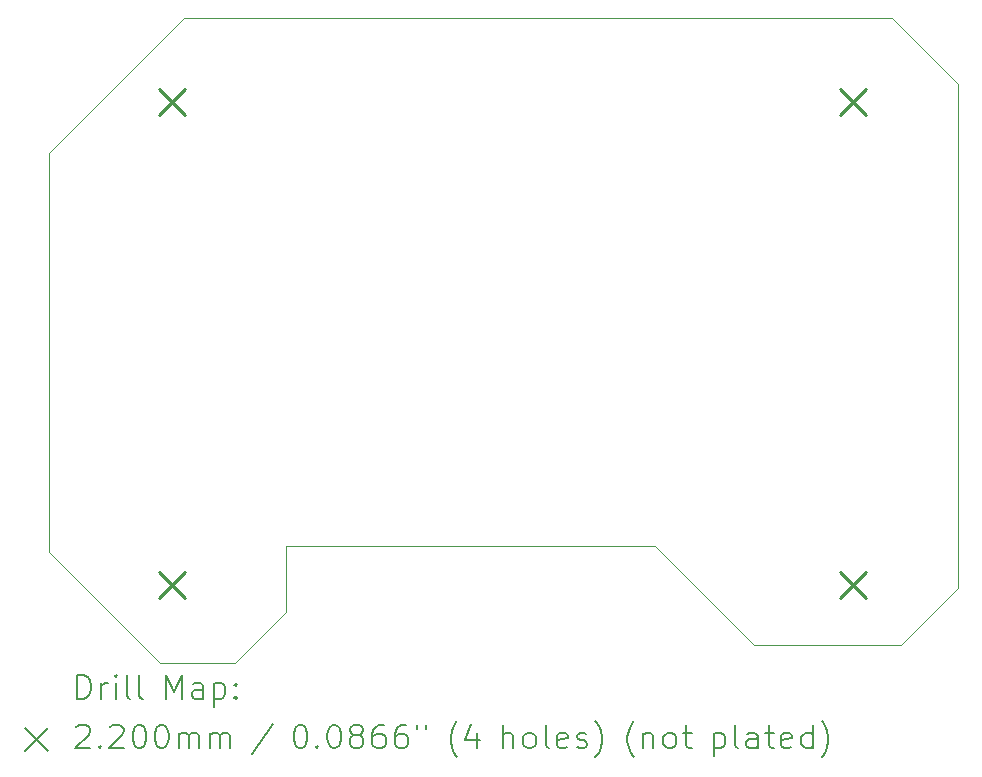
<source format=gbr>
%TF.GenerationSoftware,KiCad,Pcbnew,(7.99.0-200-gad838e3d73)*%
%TF.CreationDate,2024-03-07T11:40:59+07:00*%
%TF.ProjectId,WMS_PCB2,574d535f-5043-4423-922e-6b696361645f,rev?*%
%TF.SameCoordinates,Original*%
%TF.FileFunction,Drillmap*%
%TF.FilePolarity,Positive*%
%FSLAX45Y45*%
G04 Gerber Fmt 4.5, Leading zero omitted, Abs format (unit mm)*
G04 Created by KiCad (PCBNEW (7.99.0-200-gad838e3d73)) date 2024-03-07 11:40:59*
%MOMM*%
%LPD*%
G01*
G04 APERTURE LIST*
%ADD10C,0.100000*%
%ADD11C,0.200000*%
%ADD12C,0.220000*%
G04 APERTURE END LIST*
D10*
X17907000Y-7416800D02*
X18999200Y-6324600D01*
X19050000Y-6273800D02*
X18999200Y-6324600D01*
X19913600Y-10744200D02*
X23037800Y-10744200D01*
X17907000Y-7416800D02*
X17907000Y-10795000D01*
X19481800Y-11734800D02*
X19913600Y-11303000D01*
X17907000Y-10795000D02*
X18846800Y-11734800D01*
X23037800Y-10744200D02*
X23876000Y-11582400D01*
X25044400Y-6273800D02*
X19100800Y-6273800D01*
X19913600Y-11303000D02*
X19913600Y-10744200D01*
X25603200Y-6832600D02*
X25044400Y-6273800D01*
X23876000Y-11582400D02*
X25120600Y-11582400D01*
X25603200Y-11099800D02*
X25603200Y-6832600D01*
X25120600Y-11582400D02*
X25603200Y-11099800D01*
X19100800Y-6273800D02*
X19050000Y-6273800D01*
X18846800Y-11734800D02*
X19481800Y-11734800D01*
D11*
D12*
X18838400Y-6875000D02*
X19058400Y-7095000D01*
X19058400Y-6875000D02*
X18838400Y-7095000D01*
X18838400Y-10964400D02*
X19058400Y-11184400D01*
X19058400Y-10964400D02*
X18838400Y-11184400D01*
X24604200Y-6875000D02*
X24824200Y-7095000D01*
X24824200Y-6875000D02*
X24604200Y-7095000D01*
X24604200Y-10964400D02*
X24824200Y-11184400D01*
X24824200Y-10964400D02*
X24604200Y-11184400D01*
D11*
X18149619Y-12033276D02*
X18149619Y-11833276D01*
X18149619Y-11833276D02*
X18197238Y-11833276D01*
X18197238Y-11833276D02*
X18225810Y-11842800D01*
X18225810Y-11842800D02*
X18244857Y-11861848D01*
X18244857Y-11861848D02*
X18254381Y-11880895D01*
X18254381Y-11880895D02*
X18263905Y-11918990D01*
X18263905Y-11918990D02*
X18263905Y-11947562D01*
X18263905Y-11947562D02*
X18254381Y-11985657D01*
X18254381Y-11985657D02*
X18244857Y-12004705D01*
X18244857Y-12004705D02*
X18225810Y-12023752D01*
X18225810Y-12023752D02*
X18197238Y-12033276D01*
X18197238Y-12033276D02*
X18149619Y-12033276D01*
X18349619Y-12033276D02*
X18349619Y-11899943D01*
X18349619Y-11938038D02*
X18359143Y-11918990D01*
X18359143Y-11918990D02*
X18368667Y-11909467D01*
X18368667Y-11909467D02*
X18387714Y-11899943D01*
X18387714Y-11899943D02*
X18406762Y-11899943D01*
X18473429Y-12033276D02*
X18473429Y-11899943D01*
X18473429Y-11833276D02*
X18463905Y-11842800D01*
X18463905Y-11842800D02*
X18473429Y-11852324D01*
X18473429Y-11852324D02*
X18482952Y-11842800D01*
X18482952Y-11842800D02*
X18473429Y-11833276D01*
X18473429Y-11833276D02*
X18473429Y-11852324D01*
X18597238Y-12033276D02*
X18578190Y-12023752D01*
X18578190Y-12023752D02*
X18568667Y-12004705D01*
X18568667Y-12004705D02*
X18568667Y-11833276D01*
X18702000Y-12033276D02*
X18682952Y-12023752D01*
X18682952Y-12023752D02*
X18673429Y-12004705D01*
X18673429Y-12004705D02*
X18673429Y-11833276D01*
X18898190Y-12033276D02*
X18898190Y-11833276D01*
X18898190Y-11833276D02*
X18964857Y-11976133D01*
X18964857Y-11976133D02*
X19031524Y-11833276D01*
X19031524Y-11833276D02*
X19031524Y-12033276D01*
X19212476Y-12033276D02*
X19212476Y-11928514D01*
X19212476Y-11928514D02*
X19202952Y-11909467D01*
X19202952Y-11909467D02*
X19183905Y-11899943D01*
X19183905Y-11899943D02*
X19145809Y-11899943D01*
X19145809Y-11899943D02*
X19126762Y-11909467D01*
X19212476Y-12023752D02*
X19193429Y-12033276D01*
X19193429Y-12033276D02*
X19145809Y-12033276D01*
X19145809Y-12033276D02*
X19126762Y-12023752D01*
X19126762Y-12023752D02*
X19117238Y-12004705D01*
X19117238Y-12004705D02*
X19117238Y-11985657D01*
X19117238Y-11985657D02*
X19126762Y-11966609D01*
X19126762Y-11966609D02*
X19145809Y-11957086D01*
X19145809Y-11957086D02*
X19193429Y-11957086D01*
X19193429Y-11957086D02*
X19212476Y-11947562D01*
X19307714Y-11899943D02*
X19307714Y-12099943D01*
X19307714Y-11909467D02*
X19326762Y-11899943D01*
X19326762Y-11899943D02*
X19364857Y-11899943D01*
X19364857Y-11899943D02*
X19383905Y-11909467D01*
X19383905Y-11909467D02*
X19393429Y-11918990D01*
X19393429Y-11918990D02*
X19402952Y-11938038D01*
X19402952Y-11938038D02*
X19402952Y-11995181D01*
X19402952Y-11995181D02*
X19393429Y-12014228D01*
X19393429Y-12014228D02*
X19383905Y-12023752D01*
X19383905Y-12023752D02*
X19364857Y-12033276D01*
X19364857Y-12033276D02*
X19326762Y-12033276D01*
X19326762Y-12033276D02*
X19307714Y-12023752D01*
X19488667Y-12014228D02*
X19498190Y-12023752D01*
X19498190Y-12023752D02*
X19488667Y-12033276D01*
X19488667Y-12033276D02*
X19479143Y-12023752D01*
X19479143Y-12023752D02*
X19488667Y-12014228D01*
X19488667Y-12014228D02*
X19488667Y-12033276D01*
X19488667Y-11909467D02*
X19498190Y-11918990D01*
X19498190Y-11918990D02*
X19488667Y-11928514D01*
X19488667Y-11928514D02*
X19479143Y-11918990D01*
X19479143Y-11918990D02*
X19488667Y-11909467D01*
X19488667Y-11909467D02*
X19488667Y-11928514D01*
X17702000Y-12279800D02*
X17902000Y-12479800D01*
X17902000Y-12279800D02*
X17702000Y-12479800D01*
X18140095Y-12272324D02*
X18149619Y-12262800D01*
X18149619Y-12262800D02*
X18168667Y-12253276D01*
X18168667Y-12253276D02*
X18216286Y-12253276D01*
X18216286Y-12253276D02*
X18235333Y-12262800D01*
X18235333Y-12262800D02*
X18244857Y-12272324D01*
X18244857Y-12272324D02*
X18254381Y-12291371D01*
X18254381Y-12291371D02*
X18254381Y-12310419D01*
X18254381Y-12310419D02*
X18244857Y-12338990D01*
X18244857Y-12338990D02*
X18130571Y-12453276D01*
X18130571Y-12453276D02*
X18254381Y-12453276D01*
X18340095Y-12434228D02*
X18349619Y-12443752D01*
X18349619Y-12443752D02*
X18340095Y-12453276D01*
X18340095Y-12453276D02*
X18330571Y-12443752D01*
X18330571Y-12443752D02*
X18340095Y-12434228D01*
X18340095Y-12434228D02*
X18340095Y-12453276D01*
X18425810Y-12272324D02*
X18435333Y-12262800D01*
X18435333Y-12262800D02*
X18454381Y-12253276D01*
X18454381Y-12253276D02*
X18502000Y-12253276D01*
X18502000Y-12253276D02*
X18521048Y-12262800D01*
X18521048Y-12262800D02*
X18530571Y-12272324D01*
X18530571Y-12272324D02*
X18540095Y-12291371D01*
X18540095Y-12291371D02*
X18540095Y-12310419D01*
X18540095Y-12310419D02*
X18530571Y-12338990D01*
X18530571Y-12338990D02*
X18416286Y-12453276D01*
X18416286Y-12453276D02*
X18540095Y-12453276D01*
X18663905Y-12253276D02*
X18682952Y-12253276D01*
X18682952Y-12253276D02*
X18702000Y-12262800D01*
X18702000Y-12262800D02*
X18711524Y-12272324D01*
X18711524Y-12272324D02*
X18721048Y-12291371D01*
X18721048Y-12291371D02*
X18730571Y-12329467D01*
X18730571Y-12329467D02*
X18730571Y-12377086D01*
X18730571Y-12377086D02*
X18721048Y-12415181D01*
X18721048Y-12415181D02*
X18711524Y-12434228D01*
X18711524Y-12434228D02*
X18702000Y-12443752D01*
X18702000Y-12443752D02*
X18682952Y-12453276D01*
X18682952Y-12453276D02*
X18663905Y-12453276D01*
X18663905Y-12453276D02*
X18644857Y-12443752D01*
X18644857Y-12443752D02*
X18635333Y-12434228D01*
X18635333Y-12434228D02*
X18625810Y-12415181D01*
X18625810Y-12415181D02*
X18616286Y-12377086D01*
X18616286Y-12377086D02*
X18616286Y-12329467D01*
X18616286Y-12329467D02*
X18625810Y-12291371D01*
X18625810Y-12291371D02*
X18635333Y-12272324D01*
X18635333Y-12272324D02*
X18644857Y-12262800D01*
X18644857Y-12262800D02*
X18663905Y-12253276D01*
X18854381Y-12253276D02*
X18873429Y-12253276D01*
X18873429Y-12253276D02*
X18892476Y-12262800D01*
X18892476Y-12262800D02*
X18902000Y-12272324D01*
X18902000Y-12272324D02*
X18911524Y-12291371D01*
X18911524Y-12291371D02*
X18921048Y-12329467D01*
X18921048Y-12329467D02*
X18921048Y-12377086D01*
X18921048Y-12377086D02*
X18911524Y-12415181D01*
X18911524Y-12415181D02*
X18902000Y-12434228D01*
X18902000Y-12434228D02*
X18892476Y-12443752D01*
X18892476Y-12443752D02*
X18873429Y-12453276D01*
X18873429Y-12453276D02*
X18854381Y-12453276D01*
X18854381Y-12453276D02*
X18835333Y-12443752D01*
X18835333Y-12443752D02*
X18825810Y-12434228D01*
X18825810Y-12434228D02*
X18816286Y-12415181D01*
X18816286Y-12415181D02*
X18806762Y-12377086D01*
X18806762Y-12377086D02*
X18806762Y-12329467D01*
X18806762Y-12329467D02*
X18816286Y-12291371D01*
X18816286Y-12291371D02*
X18825810Y-12272324D01*
X18825810Y-12272324D02*
X18835333Y-12262800D01*
X18835333Y-12262800D02*
X18854381Y-12253276D01*
X19006762Y-12453276D02*
X19006762Y-12319943D01*
X19006762Y-12338990D02*
X19016286Y-12329467D01*
X19016286Y-12329467D02*
X19035333Y-12319943D01*
X19035333Y-12319943D02*
X19063905Y-12319943D01*
X19063905Y-12319943D02*
X19082952Y-12329467D01*
X19082952Y-12329467D02*
X19092476Y-12348514D01*
X19092476Y-12348514D02*
X19092476Y-12453276D01*
X19092476Y-12348514D02*
X19102000Y-12329467D01*
X19102000Y-12329467D02*
X19121048Y-12319943D01*
X19121048Y-12319943D02*
X19149619Y-12319943D01*
X19149619Y-12319943D02*
X19168667Y-12329467D01*
X19168667Y-12329467D02*
X19178191Y-12348514D01*
X19178191Y-12348514D02*
X19178191Y-12453276D01*
X19273429Y-12453276D02*
X19273429Y-12319943D01*
X19273429Y-12338990D02*
X19282952Y-12329467D01*
X19282952Y-12329467D02*
X19302000Y-12319943D01*
X19302000Y-12319943D02*
X19330572Y-12319943D01*
X19330572Y-12319943D02*
X19349619Y-12329467D01*
X19349619Y-12329467D02*
X19359143Y-12348514D01*
X19359143Y-12348514D02*
X19359143Y-12453276D01*
X19359143Y-12348514D02*
X19368667Y-12329467D01*
X19368667Y-12329467D02*
X19387714Y-12319943D01*
X19387714Y-12319943D02*
X19416286Y-12319943D01*
X19416286Y-12319943D02*
X19435333Y-12329467D01*
X19435333Y-12329467D02*
X19444857Y-12348514D01*
X19444857Y-12348514D02*
X19444857Y-12453276D01*
X19802952Y-12243752D02*
X19631524Y-12500895D01*
X20027714Y-12253276D02*
X20046762Y-12253276D01*
X20046762Y-12253276D02*
X20065810Y-12262800D01*
X20065810Y-12262800D02*
X20075333Y-12272324D01*
X20075333Y-12272324D02*
X20084857Y-12291371D01*
X20084857Y-12291371D02*
X20094381Y-12329467D01*
X20094381Y-12329467D02*
X20094381Y-12377086D01*
X20094381Y-12377086D02*
X20084857Y-12415181D01*
X20084857Y-12415181D02*
X20075333Y-12434228D01*
X20075333Y-12434228D02*
X20065810Y-12443752D01*
X20065810Y-12443752D02*
X20046762Y-12453276D01*
X20046762Y-12453276D02*
X20027714Y-12453276D01*
X20027714Y-12453276D02*
X20008667Y-12443752D01*
X20008667Y-12443752D02*
X19999143Y-12434228D01*
X19999143Y-12434228D02*
X19989619Y-12415181D01*
X19989619Y-12415181D02*
X19980095Y-12377086D01*
X19980095Y-12377086D02*
X19980095Y-12329467D01*
X19980095Y-12329467D02*
X19989619Y-12291371D01*
X19989619Y-12291371D02*
X19999143Y-12272324D01*
X19999143Y-12272324D02*
X20008667Y-12262800D01*
X20008667Y-12262800D02*
X20027714Y-12253276D01*
X20180095Y-12434228D02*
X20189619Y-12443752D01*
X20189619Y-12443752D02*
X20180095Y-12453276D01*
X20180095Y-12453276D02*
X20170572Y-12443752D01*
X20170572Y-12443752D02*
X20180095Y-12434228D01*
X20180095Y-12434228D02*
X20180095Y-12453276D01*
X20313429Y-12253276D02*
X20332476Y-12253276D01*
X20332476Y-12253276D02*
X20351524Y-12262800D01*
X20351524Y-12262800D02*
X20361048Y-12272324D01*
X20361048Y-12272324D02*
X20370572Y-12291371D01*
X20370572Y-12291371D02*
X20380095Y-12329467D01*
X20380095Y-12329467D02*
X20380095Y-12377086D01*
X20380095Y-12377086D02*
X20370572Y-12415181D01*
X20370572Y-12415181D02*
X20361048Y-12434228D01*
X20361048Y-12434228D02*
X20351524Y-12443752D01*
X20351524Y-12443752D02*
X20332476Y-12453276D01*
X20332476Y-12453276D02*
X20313429Y-12453276D01*
X20313429Y-12453276D02*
X20294381Y-12443752D01*
X20294381Y-12443752D02*
X20284857Y-12434228D01*
X20284857Y-12434228D02*
X20275333Y-12415181D01*
X20275333Y-12415181D02*
X20265810Y-12377086D01*
X20265810Y-12377086D02*
X20265810Y-12329467D01*
X20265810Y-12329467D02*
X20275333Y-12291371D01*
X20275333Y-12291371D02*
X20284857Y-12272324D01*
X20284857Y-12272324D02*
X20294381Y-12262800D01*
X20294381Y-12262800D02*
X20313429Y-12253276D01*
X20494381Y-12338990D02*
X20475333Y-12329467D01*
X20475333Y-12329467D02*
X20465810Y-12319943D01*
X20465810Y-12319943D02*
X20456286Y-12300895D01*
X20456286Y-12300895D02*
X20456286Y-12291371D01*
X20456286Y-12291371D02*
X20465810Y-12272324D01*
X20465810Y-12272324D02*
X20475333Y-12262800D01*
X20475333Y-12262800D02*
X20494381Y-12253276D01*
X20494381Y-12253276D02*
X20532476Y-12253276D01*
X20532476Y-12253276D02*
X20551524Y-12262800D01*
X20551524Y-12262800D02*
X20561048Y-12272324D01*
X20561048Y-12272324D02*
X20570572Y-12291371D01*
X20570572Y-12291371D02*
X20570572Y-12300895D01*
X20570572Y-12300895D02*
X20561048Y-12319943D01*
X20561048Y-12319943D02*
X20551524Y-12329467D01*
X20551524Y-12329467D02*
X20532476Y-12338990D01*
X20532476Y-12338990D02*
X20494381Y-12338990D01*
X20494381Y-12338990D02*
X20475333Y-12348514D01*
X20475333Y-12348514D02*
X20465810Y-12358038D01*
X20465810Y-12358038D02*
X20456286Y-12377086D01*
X20456286Y-12377086D02*
X20456286Y-12415181D01*
X20456286Y-12415181D02*
X20465810Y-12434228D01*
X20465810Y-12434228D02*
X20475333Y-12443752D01*
X20475333Y-12443752D02*
X20494381Y-12453276D01*
X20494381Y-12453276D02*
X20532476Y-12453276D01*
X20532476Y-12453276D02*
X20551524Y-12443752D01*
X20551524Y-12443752D02*
X20561048Y-12434228D01*
X20561048Y-12434228D02*
X20570572Y-12415181D01*
X20570572Y-12415181D02*
X20570572Y-12377086D01*
X20570572Y-12377086D02*
X20561048Y-12358038D01*
X20561048Y-12358038D02*
X20551524Y-12348514D01*
X20551524Y-12348514D02*
X20532476Y-12338990D01*
X20742000Y-12253276D02*
X20703905Y-12253276D01*
X20703905Y-12253276D02*
X20684857Y-12262800D01*
X20684857Y-12262800D02*
X20675333Y-12272324D01*
X20675333Y-12272324D02*
X20656286Y-12300895D01*
X20656286Y-12300895D02*
X20646762Y-12338990D01*
X20646762Y-12338990D02*
X20646762Y-12415181D01*
X20646762Y-12415181D02*
X20656286Y-12434228D01*
X20656286Y-12434228D02*
X20665810Y-12443752D01*
X20665810Y-12443752D02*
X20684857Y-12453276D01*
X20684857Y-12453276D02*
X20722953Y-12453276D01*
X20722953Y-12453276D02*
X20742000Y-12443752D01*
X20742000Y-12443752D02*
X20751524Y-12434228D01*
X20751524Y-12434228D02*
X20761048Y-12415181D01*
X20761048Y-12415181D02*
X20761048Y-12367562D01*
X20761048Y-12367562D02*
X20751524Y-12348514D01*
X20751524Y-12348514D02*
X20742000Y-12338990D01*
X20742000Y-12338990D02*
X20722953Y-12329467D01*
X20722953Y-12329467D02*
X20684857Y-12329467D01*
X20684857Y-12329467D02*
X20665810Y-12338990D01*
X20665810Y-12338990D02*
X20656286Y-12348514D01*
X20656286Y-12348514D02*
X20646762Y-12367562D01*
X20932476Y-12253276D02*
X20894381Y-12253276D01*
X20894381Y-12253276D02*
X20875333Y-12262800D01*
X20875333Y-12262800D02*
X20865810Y-12272324D01*
X20865810Y-12272324D02*
X20846762Y-12300895D01*
X20846762Y-12300895D02*
X20837238Y-12338990D01*
X20837238Y-12338990D02*
X20837238Y-12415181D01*
X20837238Y-12415181D02*
X20846762Y-12434228D01*
X20846762Y-12434228D02*
X20856286Y-12443752D01*
X20856286Y-12443752D02*
X20875333Y-12453276D01*
X20875333Y-12453276D02*
X20913429Y-12453276D01*
X20913429Y-12453276D02*
X20932476Y-12443752D01*
X20932476Y-12443752D02*
X20942000Y-12434228D01*
X20942000Y-12434228D02*
X20951524Y-12415181D01*
X20951524Y-12415181D02*
X20951524Y-12367562D01*
X20951524Y-12367562D02*
X20942000Y-12348514D01*
X20942000Y-12348514D02*
X20932476Y-12338990D01*
X20932476Y-12338990D02*
X20913429Y-12329467D01*
X20913429Y-12329467D02*
X20875333Y-12329467D01*
X20875333Y-12329467D02*
X20856286Y-12338990D01*
X20856286Y-12338990D02*
X20846762Y-12348514D01*
X20846762Y-12348514D02*
X20837238Y-12367562D01*
X21027714Y-12253276D02*
X21027714Y-12291371D01*
X21103905Y-12253276D02*
X21103905Y-12291371D01*
X21366762Y-12529467D02*
X21357238Y-12519943D01*
X21357238Y-12519943D02*
X21338191Y-12491371D01*
X21338191Y-12491371D02*
X21328667Y-12472324D01*
X21328667Y-12472324D02*
X21319143Y-12443752D01*
X21319143Y-12443752D02*
X21309619Y-12396133D01*
X21309619Y-12396133D02*
X21309619Y-12358038D01*
X21309619Y-12358038D02*
X21319143Y-12310419D01*
X21319143Y-12310419D02*
X21328667Y-12281848D01*
X21328667Y-12281848D02*
X21338191Y-12262800D01*
X21338191Y-12262800D02*
X21357238Y-12234228D01*
X21357238Y-12234228D02*
X21366762Y-12224705D01*
X21528667Y-12319943D02*
X21528667Y-12453276D01*
X21481048Y-12243752D02*
X21433429Y-12386609D01*
X21433429Y-12386609D02*
X21557238Y-12386609D01*
X21753429Y-12453276D02*
X21753429Y-12253276D01*
X21839143Y-12453276D02*
X21839143Y-12348514D01*
X21839143Y-12348514D02*
X21829619Y-12329467D01*
X21829619Y-12329467D02*
X21810572Y-12319943D01*
X21810572Y-12319943D02*
X21782000Y-12319943D01*
X21782000Y-12319943D02*
X21762953Y-12329467D01*
X21762953Y-12329467D02*
X21753429Y-12338990D01*
X21962953Y-12453276D02*
X21943905Y-12443752D01*
X21943905Y-12443752D02*
X21934381Y-12434228D01*
X21934381Y-12434228D02*
X21924857Y-12415181D01*
X21924857Y-12415181D02*
X21924857Y-12358038D01*
X21924857Y-12358038D02*
X21934381Y-12338990D01*
X21934381Y-12338990D02*
X21943905Y-12329467D01*
X21943905Y-12329467D02*
X21962953Y-12319943D01*
X21962953Y-12319943D02*
X21991524Y-12319943D01*
X21991524Y-12319943D02*
X22010572Y-12329467D01*
X22010572Y-12329467D02*
X22020095Y-12338990D01*
X22020095Y-12338990D02*
X22029619Y-12358038D01*
X22029619Y-12358038D02*
X22029619Y-12415181D01*
X22029619Y-12415181D02*
X22020095Y-12434228D01*
X22020095Y-12434228D02*
X22010572Y-12443752D01*
X22010572Y-12443752D02*
X21991524Y-12453276D01*
X21991524Y-12453276D02*
X21962953Y-12453276D01*
X22143905Y-12453276D02*
X22124857Y-12443752D01*
X22124857Y-12443752D02*
X22115334Y-12424705D01*
X22115334Y-12424705D02*
X22115334Y-12253276D01*
X22296286Y-12443752D02*
X22277238Y-12453276D01*
X22277238Y-12453276D02*
X22239143Y-12453276D01*
X22239143Y-12453276D02*
X22220095Y-12443752D01*
X22220095Y-12443752D02*
X22210572Y-12424705D01*
X22210572Y-12424705D02*
X22210572Y-12348514D01*
X22210572Y-12348514D02*
X22220095Y-12329467D01*
X22220095Y-12329467D02*
X22239143Y-12319943D01*
X22239143Y-12319943D02*
X22277238Y-12319943D01*
X22277238Y-12319943D02*
X22296286Y-12329467D01*
X22296286Y-12329467D02*
X22305810Y-12348514D01*
X22305810Y-12348514D02*
X22305810Y-12367562D01*
X22305810Y-12367562D02*
X22210572Y-12386609D01*
X22382000Y-12443752D02*
X22401048Y-12453276D01*
X22401048Y-12453276D02*
X22439143Y-12453276D01*
X22439143Y-12453276D02*
X22458191Y-12443752D01*
X22458191Y-12443752D02*
X22467714Y-12424705D01*
X22467714Y-12424705D02*
X22467714Y-12415181D01*
X22467714Y-12415181D02*
X22458191Y-12396133D01*
X22458191Y-12396133D02*
X22439143Y-12386609D01*
X22439143Y-12386609D02*
X22410572Y-12386609D01*
X22410572Y-12386609D02*
X22391524Y-12377086D01*
X22391524Y-12377086D02*
X22382000Y-12358038D01*
X22382000Y-12358038D02*
X22382000Y-12348514D01*
X22382000Y-12348514D02*
X22391524Y-12329467D01*
X22391524Y-12329467D02*
X22410572Y-12319943D01*
X22410572Y-12319943D02*
X22439143Y-12319943D01*
X22439143Y-12319943D02*
X22458191Y-12329467D01*
X22534381Y-12529467D02*
X22543905Y-12519943D01*
X22543905Y-12519943D02*
X22562953Y-12491371D01*
X22562953Y-12491371D02*
X22572476Y-12472324D01*
X22572476Y-12472324D02*
X22582000Y-12443752D01*
X22582000Y-12443752D02*
X22591524Y-12396133D01*
X22591524Y-12396133D02*
X22591524Y-12358038D01*
X22591524Y-12358038D02*
X22582000Y-12310419D01*
X22582000Y-12310419D02*
X22572476Y-12281848D01*
X22572476Y-12281848D02*
X22562953Y-12262800D01*
X22562953Y-12262800D02*
X22543905Y-12234228D01*
X22543905Y-12234228D02*
X22534381Y-12224705D01*
X22863905Y-12529467D02*
X22854381Y-12519943D01*
X22854381Y-12519943D02*
X22835333Y-12491371D01*
X22835333Y-12491371D02*
X22825810Y-12472324D01*
X22825810Y-12472324D02*
X22816286Y-12443752D01*
X22816286Y-12443752D02*
X22806762Y-12396133D01*
X22806762Y-12396133D02*
X22806762Y-12358038D01*
X22806762Y-12358038D02*
X22816286Y-12310419D01*
X22816286Y-12310419D02*
X22825810Y-12281848D01*
X22825810Y-12281848D02*
X22835333Y-12262800D01*
X22835333Y-12262800D02*
X22854381Y-12234228D01*
X22854381Y-12234228D02*
X22863905Y-12224705D01*
X22940095Y-12319943D02*
X22940095Y-12453276D01*
X22940095Y-12338990D02*
X22949619Y-12329467D01*
X22949619Y-12329467D02*
X22968667Y-12319943D01*
X22968667Y-12319943D02*
X22997238Y-12319943D01*
X22997238Y-12319943D02*
X23016286Y-12329467D01*
X23016286Y-12329467D02*
X23025810Y-12348514D01*
X23025810Y-12348514D02*
X23025810Y-12453276D01*
X23149619Y-12453276D02*
X23130572Y-12443752D01*
X23130572Y-12443752D02*
X23121048Y-12434228D01*
X23121048Y-12434228D02*
X23111524Y-12415181D01*
X23111524Y-12415181D02*
X23111524Y-12358038D01*
X23111524Y-12358038D02*
X23121048Y-12338990D01*
X23121048Y-12338990D02*
X23130572Y-12329467D01*
X23130572Y-12329467D02*
X23149619Y-12319943D01*
X23149619Y-12319943D02*
X23178191Y-12319943D01*
X23178191Y-12319943D02*
X23197238Y-12329467D01*
X23197238Y-12329467D02*
X23206762Y-12338990D01*
X23206762Y-12338990D02*
X23216286Y-12358038D01*
X23216286Y-12358038D02*
X23216286Y-12415181D01*
X23216286Y-12415181D02*
X23206762Y-12434228D01*
X23206762Y-12434228D02*
X23197238Y-12443752D01*
X23197238Y-12443752D02*
X23178191Y-12453276D01*
X23178191Y-12453276D02*
X23149619Y-12453276D01*
X23273429Y-12319943D02*
X23349619Y-12319943D01*
X23302000Y-12253276D02*
X23302000Y-12424705D01*
X23302000Y-12424705D02*
X23311524Y-12443752D01*
X23311524Y-12443752D02*
X23330572Y-12453276D01*
X23330572Y-12453276D02*
X23349619Y-12453276D01*
X23536286Y-12319943D02*
X23536286Y-12519943D01*
X23536286Y-12329467D02*
X23555333Y-12319943D01*
X23555333Y-12319943D02*
X23593429Y-12319943D01*
X23593429Y-12319943D02*
X23612476Y-12329467D01*
X23612476Y-12329467D02*
X23622000Y-12338990D01*
X23622000Y-12338990D02*
X23631524Y-12358038D01*
X23631524Y-12358038D02*
X23631524Y-12415181D01*
X23631524Y-12415181D02*
X23622000Y-12434228D01*
X23622000Y-12434228D02*
X23612476Y-12443752D01*
X23612476Y-12443752D02*
X23593429Y-12453276D01*
X23593429Y-12453276D02*
X23555333Y-12453276D01*
X23555333Y-12453276D02*
X23536286Y-12443752D01*
X23745810Y-12453276D02*
X23726762Y-12443752D01*
X23726762Y-12443752D02*
X23717238Y-12424705D01*
X23717238Y-12424705D02*
X23717238Y-12253276D01*
X23907714Y-12453276D02*
X23907714Y-12348514D01*
X23907714Y-12348514D02*
X23898191Y-12329467D01*
X23898191Y-12329467D02*
X23879143Y-12319943D01*
X23879143Y-12319943D02*
X23841048Y-12319943D01*
X23841048Y-12319943D02*
X23822000Y-12329467D01*
X23907714Y-12443752D02*
X23888667Y-12453276D01*
X23888667Y-12453276D02*
X23841048Y-12453276D01*
X23841048Y-12453276D02*
X23822000Y-12443752D01*
X23822000Y-12443752D02*
X23812476Y-12424705D01*
X23812476Y-12424705D02*
X23812476Y-12405657D01*
X23812476Y-12405657D02*
X23822000Y-12386609D01*
X23822000Y-12386609D02*
X23841048Y-12377086D01*
X23841048Y-12377086D02*
X23888667Y-12377086D01*
X23888667Y-12377086D02*
X23907714Y-12367562D01*
X23974381Y-12319943D02*
X24050572Y-12319943D01*
X24002953Y-12253276D02*
X24002953Y-12424705D01*
X24002953Y-12424705D02*
X24012476Y-12443752D01*
X24012476Y-12443752D02*
X24031524Y-12453276D01*
X24031524Y-12453276D02*
X24050572Y-12453276D01*
X24193429Y-12443752D02*
X24174381Y-12453276D01*
X24174381Y-12453276D02*
X24136286Y-12453276D01*
X24136286Y-12453276D02*
X24117238Y-12443752D01*
X24117238Y-12443752D02*
X24107714Y-12424705D01*
X24107714Y-12424705D02*
X24107714Y-12348514D01*
X24107714Y-12348514D02*
X24117238Y-12329467D01*
X24117238Y-12329467D02*
X24136286Y-12319943D01*
X24136286Y-12319943D02*
X24174381Y-12319943D01*
X24174381Y-12319943D02*
X24193429Y-12329467D01*
X24193429Y-12329467D02*
X24202953Y-12348514D01*
X24202953Y-12348514D02*
X24202953Y-12367562D01*
X24202953Y-12367562D02*
X24107714Y-12386609D01*
X24374381Y-12453276D02*
X24374381Y-12253276D01*
X24374381Y-12443752D02*
X24355334Y-12453276D01*
X24355334Y-12453276D02*
X24317238Y-12453276D01*
X24317238Y-12453276D02*
X24298191Y-12443752D01*
X24298191Y-12443752D02*
X24288667Y-12434228D01*
X24288667Y-12434228D02*
X24279143Y-12415181D01*
X24279143Y-12415181D02*
X24279143Y-12358038D01*
X24279143Y-12358038D02*
X24288667Y-12338990D01*
X24288667Y-12338990D02*
X24298191Y-12329467D01*
X24298191Y-12329467D02*
X24317238Y-12319943D01*
X24317238Y-12319943D02*
X24355334Y-12319943D01*
X24355334Y-12319943D02*
X24374381Y-12329467D01*
X24450572Y-12529467D02*
X24460095Y-12519943D01*
X24460095Y-12519943D02*
X24479143Y-12491371D01*
X24479143Y-12491371D02*
X24488667Y-12472324D01*
X24488667Y-12472324D02*
X24498191Y-12443752D01*
X24498191Y-12443752D02*
X24507714Y-12396133D01*
X24507714Y-12396133D02*
X24507714Y-12358038D01*
X24507714Y-12358038D02*
X24498191Y-12310419D01*
X24498191Y-12310419D02*
X24488667Y-12281848D01*
X24488667Y-12281848D02*
X24479143Y-12262800D01*
X24479143Y-12262800D02*
X24460095Y-12234228D01*
X24460095Y-12234228D02*
X24450572Y-12224705D01*
M02*

</source>
